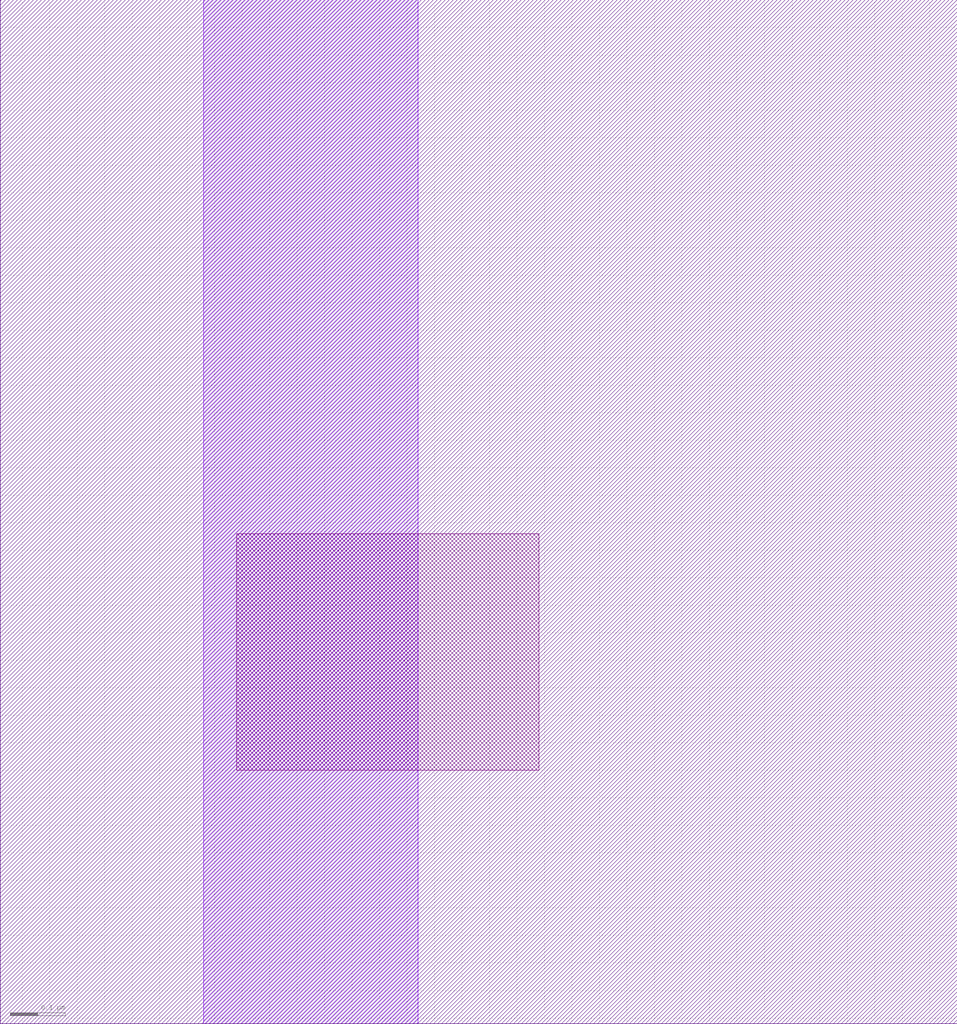
<source format=lef>
VERSION 5.7 ;
  NOWIREEXTENSIONATPIN ON ;
  DIVIDERCHAR "/" ;
  BUSBITCHARS "[]" ;
UNITS
  DATABASE MICRONS 200 ;
END UNITS

LAYER via2
  TYPE CUT ;
END via2

LAYER via
  TYPE CUT ;
END via

LAYER nwell
  TYPE MASTERSLICE ;
END nwell

LAYER via3
  TYPE CUT ;
END via3

LAYER pwell
  TYPE MASTERSLICE ;
END pwell

LAYER via4
  TYPE CUT ;
END via4

LAYER mcon
  TYPE CUT ;
END mcon

LAYER met6
  TYPE ROUTING ;
  WIDTH 0.030000 ;
  SPACING 0.040000 ;
  DIRECTION HORIZONTAL ;
END met6

LAYER met1
  TYPE ROUTING ;
  WIDTH 0.140000 ;
  SPACING 0.140000 ;
  DIRECTION HORIZONTAL ;
END met1

LAYER met3
  TYPE ROUTING ;
  WIDTH 0.300000 ;
  SPACING 0.300000 ;
  DIRECTION HORIZONTAL ;
END met3

LAYER met2
  TYPE ROUTING ;
  WIDTH 0.140000 ;
  SPACING 0.140000 ;
  DIRECTION HORIZONTAL ;
END met2

LAYER met4
  TYPE ROUTING ;
  WIDTH 0.300000 ;
  SPACING 0.300000 ;
  DIRECTION HORIZONTAL ;
END met4

LAYER met5
  TYPE ROUTING ;
  WIDTH 1.600000 ;
  SPACING 1.600000 ;
  DIRECTION HORIZONTAL ;
END met5

LAYER li1
  TYPE ROUTING ;
  WIDTH 0.170000 ;
  SPACING 0.170000 ;
  DIRECTION HORIZONTAL ;
END li1

MACRO sky130_hilas_wellContact
  CLASS BLOCK ;
  FOREIGN sky130_hilas_wellContact ;
  ORIGIN 14.490 4.410 ;
  SIZE 1.740 BY 1.860 ;
  OBS
      LAYER li1 ;
        RECT -14.060 -3.950 -13.510 -3.520 ;
      LAYER met1 ;
        RECT -14.120 -4.410 -13.730 -2.550 ;
  END
END sky130_hilas_wellContact
END LIBRARY


</source>
